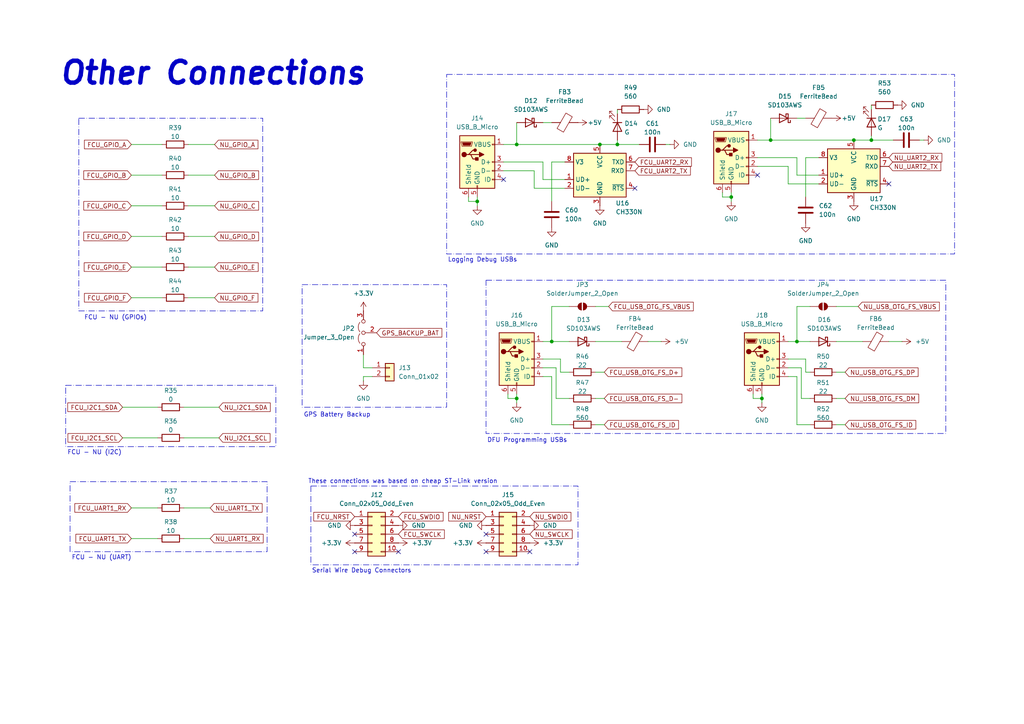
<source format=kicad_sch>
(kicad_sch (version 20250114) (generator "eeschema") (generator_version "9.0")
  (paper "A4")
  (title_block (title "Other Connections") (rev "0.1.2") (company "Breno Soares Alves"))
  (lib_symbols
    (symbol "Connector:USB_B_Micro" (pin_names (offset 1.016))
      (property "Reference" "J" (at -5.08 11.43 0))
      (property "Value" "USB_B_Micro" (at -5.08 8.89 0))
      (symbol "USB_B_Micro_0_1"
        (rectangle (start -5.08 -7.62) (end 5.08 7.62) (stroke (width 0.254)) (fill (type background)))
        (polyline (pts (xy -4.699 5.842) (xy -4.699 5.588) (xy -4.445 4.826) (xy -4.445 4.572) (xy -1.651 4.572) (xy -1.651 4.826) (xy -1.397 5.588) (xy -1.397 5.842) (xy -4.699 5.842)))
        (polyline (pts (xy -4.318 5.588) (xy -1.778 5.588) (xy -2.032 4.826) (xy -4.064 4.826) (xy -4.318 5.588)) (fill (type outline)))
        (circle (center -3.81 2.159) (radius 0.635) (stroke (width 0.254)) (fill (type outline)))
        (polyline (pts (xy -3.175 2.159) (xy -2.54 2.159) (xy -1.27 3.429) (xy -0.635 3.429)) (stroke (width 0.254)))
        (polyline (pts (xy -2.54 2.159) (xy -1.905 2.159) (xy -1.27 0.889) (xy 0 0.889)) (stroke (width 0.254)))
        (polyline (pts (xy -1.905 2.159) (xy 0.635 2.159)) (stroke (width 0.254)))
        (circle (center -0.635 3.429) (radius 0.381) (stroke (width 0.254)) (fill (type outline)))
        (rectangle (start -0.127 -7.62) (end 0.127 -6.858))
        (rectangle (start 0.254 1.27) (end -0.508 0.508) (stroke (width 0.254)) (fill (type outline)))
        (polyline (pts (xy 0.635 2.794) (xy 0.635 1.524) (xy 1.905 2.159) (xy 0.635 2.794)) (stroke (width 0.254)) (fill (type outline)))
        (rectangle (start 5.08 4.953) (end 4.318 5.207))
        (rectangle (start 5.08 -0.127) (end 4.318 0.127))
        (rectangle (start 5.08 -2.667) (end 4.318 -2.413))
        (rectangle (start 5.08 -5.207) (end 4.318 -4.953))
      )
      (symbol "USB_B_Micro_1_1"
        (pin passive line (at -2.54 -10.16 90) (length 2.54) (name "Shield") (number "6"))
        (pin power_out line (at 0 -10.16 90) (length 2.54) (name "GND") (number "5"))
        (pin power_out line (at 7.62 5.08 180) (length 2.54) (name "VBUS") (number "1"))
        (pin bidirectional line (at 7.62 0 180) (length 2.54) (name "D+") (number "3"))
        (pin bidirectional line (at 7.62 -2.54 180) (length 2.54) (name "D-") (number "2"))
        (pin passive line (at 7.62 -5.08 180) (length 2.54) (name "ID") (number "4"))
      )
    )
    (symbol "Connector_Generic:Conn_01x02" (pin_names (offset 1.016) (hide yes))
      (property "Reference" "J" (at 0 2.54 0))
      (property "Value" "Conn_01x02" (at 0 -5.08 0))
      (symbol "Conn_01x02_1_1"
        (rectangle (start -1.27 1.27) (end 1.27 -3.81) (stroke (width 0.254)) (fill (type background)))
        (rectangle (start -1.27 0.127) (end 0 -0.127) (stroke (width 0.1524)))
        (rectangle (start -1.27 -2.413) (end 0 -2.667) (stroke (width 0.1524)))
        (pin passive line (at -5.08 0 0) (length 3.81) (name "Pin_1") (number "1"))
        (pin passive line (at -5.08 -2.54 0) (length 3.81) (name "Pin_2") (number "2"))
      )
    )
    (symbol "Connector_Generic:Conn_02x05_Odd_Even" (pin_names (offset 1.016) (hide yes))
      (property "Reference" "J" (at 1.27 7.62 0))
      (property "Value" "Conn_02x05_Odd_Even" (at 1.27 -7.62 0))
      (symbol "Conn_02x05_Odd_Even_1_1"
        (rectangle (start -1.27 6.35) (end 3.81 -6.35) (stroke (width 0.254)) (fill (type background)))
        (rectangle (start -1.27 5.207) (end 0 4.953) (stroke (width 0.1524)))
        (rectangle (start -1.27 2.667) (end 0 2.413) (stroke (width 0.1524)))
        (rectangle (start -1.27 0.127) (end 0 -0.127) (stroke (width 0.1524)))
        (rectangle (start -1.27 -2.413) (end 0 -2.667) (stroke (width 0.1524)))
        (rectangle (start -1.27 -4.953) (end 0 -5.207) (stroke (width 0.1524)))
        (rectangle (start 3.81 5.207) (end 2.54 4.953) (stroke (width 0.1524)))
        (rectangle (start 3.81 2.667) (end 2.54 2.413) (stroke (width 0.1524)))
        (rectangle (start 3.81 0.127) (end 2.54 -0.127) (stroke (width 0.1524)))
        (rectangle (start 3.81 -2.413) (end 2.54 -2.667) (stroke (width 0.1524)))
        (rectangle (start 3.81 -4.953) (end 2.54 -5.207) (stroke (width 0.1524)))
        (pin passive line (at -5.08 5.08 0) (length 3.81) (name "Pin_1") (number "1"))
        (pin passive line (at -5.08 2.54 0) (length 3.81) (name "Pin_3") (number "3"))
        (pin passive line (at -5.08 0 0) (length 3.81) (name "Pin_5") (number "5"))
        (pin passive line (at -5.08 -2.54 0) (length 3.81) (name "Pin_7") (number "7"))
        (pin passive line (at -5.08 -5.08 0) (length 3.81) (name "Pin_9") (number "9"))
        (pin passive line (at 7.62 5.08 180) (length 3.81) (name "Pin_2") (number "2"))
        (pin passive line (at 7.62 2.54 180) (length 3.81) (name "Pin_4") (number "4"))
        (pin passive line (at 7.62 0 180) (length 3.81) (name "Pin_6") (number "6"))
        (pin passive line (at 7.62 -2.54 180) (length 3.81) (name "Pin_8") (number "8"))
        (pin passive line (at 7.62 -5.08 180) (length 3.81) (name "Pin_10") (number "10"))
      )
    )
    (symbol "Device:C" (pin_numbers (hide yes)) (pin_names (offset 0.254))
      (property "Reference" "C" (at 0.635 2.54 0))
      (property "Value" "C" (at 0.635 -2.54 0))
      (symbol "C_0_1"
        (polyline (pts (xy -2.032 0.762) (xy 2.032 0.762)) (stroke (width 0.508)))
        (polyline (pts (xy -2.032 -0.762) (xy 2.032 -0.762)) (stroke (width 0.508)))
      )
      (symbol "C_1_1"
        (pin passive line (at 0 3.81 270) (length 2.794) (name "~") (number "1"))
        (pin passive line (at 0 -3.81 90) (length 2.794) (name "~") (number "2"))
      )
    )
    (symbol "Device:D_Schottky" (pin_numbers (hide yes)) (pin_names (offset 1.016) (hide yes))
      (property "Reference" "D" (at 0 2.54 0))
      (property "Value" "D_Schottky" (at 0 -2.54 0))
      (symbol "D_Schottky_0_1"
        (polyline (pts (xy -1.905 0.635) (xy -1.905 1.27) (xy -1.27 1.27) (xy -1.27 -1.27) (xy -0.635 -1.27) (xy -0.635 -0.635)) (stroke (width 0.254)))
        (polyline (pts (xy 1.27 1.27) (xy 1.27 -1.27) (xy -1.27 0) (xy 1.27 1.27)) (stroke (width 0.254)))
        (polyline (pts (xy 1.27 0) (xy -1.27 0)))
      )
      (symbol "D_Schottky_1_1"
        (pin passive line (at -3.81 0 0) (length 2.54) (name "K") (number "1"))
        (pin passive line (at 3.81 0 180) (length 2.54) (name "A") (number "2"))
      )
    )
    (symbol "Device:FerriteBead" (pin_numbers (hide yes)) (pin_names (offset 0))
      (property "Reference" "FB" (at -3.81 0.635 90))
      (property "Value" "FerriteBead" (at 3.81 0 90))
      (symbol "FerriteBead_0_1"
        (polyline (pts (xy -2.7686 0.4064) (xy -1.7018 2.2606) (xy 2.7686 -0.3048) (xy 1.6764 -2.159) (xy -2.7686 0.4064)))
        (polyline (pts (xy 0 1.27) (xy 0 1.2954)))
        (polyline (pts (xy 0 -1.27) (xy 0 -1.2192)))
      )
      (symbol "FerriteBead_1_1"
        (pin passive line (at 0 3.81 270) (length 2.54) (name "~") (number "1"))
        (pin passive line (at 0 -3.81 90) (length 2.54) (name "~") (number "2"))
      )
    )
    (symbol "Device:LED" (pin_numbers (hide yes)) (pin_names (offset 1.016) (hide yes))
      (property "Reference" "D" (at 0 2.54 0))
      (property "Value" "LED" (at 0 -2.54 0))
      (symbol "LED_0_1"
        (polyline (pts (xy -3.048 -0.762) (xy -4.572 -2.286) (xy -3.81 -2.286) (xy -4.572 -2.286) (xy -4.572 -1.524)))
        (polyline (pts (xy -1.778 -0.762) (xy -3.302 -2.286) (xy -2.54 -2.286) (xy -3.302 -2.286) (xy -3.302 -1.524)))
        (polyline (pts (xy -1.27 0) (xy 1.27 0)))
        (polyline (pts (xy -1.27 -1.27) (xy -1.27 1.27)) (stroke (width 0.254)))
        (polyline (pts (xy 1.27 -1.27) (xy 1.27 1.27) (xy -1.27 0) (xy 1.27 -1.27)) (stroke (width 0.254)))
      )
      (symbol "LED_1_1"
        (pin passive line (at -3.81 0 0) (length 2.54) (name "K") (number "1"))
        (pin passive line (at 3.81 0 180) (length 2.54) (name "A") (number "2"))
      )
    )
    (symbol "Device:R" (pin_numbers (hide yes)) (pin_names (offset 0))
      (property "Reference" "R" (at 2.032 0 90))
      (property "Value" "R" (at 0 0 90))
      (symbol "R_0_1"
        (rectangle (start -1.016 -2.54) (end 1.016 2.54) (stroke (width 0.254)))
      )
      (symbol "R_1_1"
        (pin passive line (at 0 3.81 270) (length 1.27) (name "~") (number "1"))
        (pin passive line (at 0 -3.81 90) (length 1.27) (name "~") (number "2"))
      )
    )
    (symbol "Interface_USB:CH330N"
      (property "Reference" "U" (at -7.62 6.35 0))
      (property "Value" "CH330N" (at 7.62 6.35 0))
      (symbol "CH330N_0_1"
        (rectangle (start -7.62 5.08) (end 7.62 -7.62) (stroke (width 0.254)) (fill (type background)))
      )
      (symbol "CH330N_1_1"
        (pin passive line (at -10.16 2.54 0) (length 2.54) (name "V3") (number "8"))
        (pin bidirectional line (at -10.16 -2.54 0) (length 2.54) (name "UD+") (number "1"))
        (pin bidirectional line (at -10.16 -5.08 0) (length 2.54) (name "UD-") (number "2"))
        (pin power_in line (at 0 7.62 270) (length 2.54) (name "VCC") (number "5"))
        (pin power_in line (at 0 -10.16 90) (length 2.54) (name "GND") (number "3"))
        (pin output line (at 10.16 2.54 180) (length 2.54) (name "TXD") (number "6"))
        (pin input line (at 10.16 0 180) (length 2.54) (name "RXD") (number "7"))
        (pin output line (at 10.16 -5.08 180) (length 2.54) (name "~{RTS}") (number "4"))
      )
    )
    (symbol "Jumper:Jumper_3_Open" (pin_names (offset 0) (hide yes)) (in_bom no)
      (property "Reference" "JP" (at -2.54 -2.54 0))
      (property "Value" "Jumper_3_Open" (at 0 2.794 0))
      (symbol "Jumper_3_Open_0_0"
        (circle (center -3.302 0) (radius 0.508))
        (circle (center 0 0) (radius 0.508))
        (circle (center 3.302 0) (radius 0.508))
      )
      (symbol "Jumper_3_Open_0_1"
        (arc (start -3.048 1.016) (mid -1.651 1.4992) (end -0.254 1.016))
        (polyline (pts (xy 0 -0.508) (xy 0 -1.27)))
        (arc (start 0.254 1.016) (mid 1.651 1.4992) (end 3.048 1.016))
      )
      (symbol "Jumper_3_Open_1_1"
        (pin passive line (at -6.35 0 0) (length 2.54) (name "A") (number "1"))
        (pin passive line (at 0 -3.81 90) (length 2.54) (name "C") (number "2"))
        (pin passive line (at 6.35 0 180) (length 2.54) (name "B") (number "3"))
      )
    )
    (symbol "Jumper:SolderJumper_2_Open" (pin_numbers (hide yes)) (pin_names (offset 0) (hide yes)) (in_bom no)
      (property "Reference" "JP" (at 0 2.032 0))
      (property "Value" "SolderJumper_2_Open" (at 0 -2.54 0))
      (symbol "SolderJumper_2_Open_0_1"
        (polyline (pts (xy -0.254 1.016) (xy -0.254 -1.016)))
        (arc (start -0.254 -1.016) (mid -1.2656 0) (end -0.254 1.016))
        (arc (start -0.254 -1.016) (mid -1.2656 0) (end -0.254 1.016) (fill (type outline)))
        (arc (start 0.254 1.016) (mid 1.2656 0) (end 0.254 -1.016))
        (arc (start 0.254 1.016) (mid 1.2656 0) (end 0.254 -1.016) (fill (type outline)))
        (polyline (pts (xy 0.254 1.016) (xy 0.254 -1.016)))
      )
      (symbol "SolderJumper_2_Open_1_1"
        (pin passive line (at -3.81 0 0) (length 2.54) (name "A") (number "1"))
        (pin passive line (at 3.81 0 180) (length 2.54) (name "B") (number "2"))
      )
    )
    (symbol "power:+3.3V" (power) (pin_numbers (hide yes)) (pin_names (offset 0) (hide yes))
      (property "Value" "+3.3V" (at 0 3.556 0))
      (symbol "+3.3V_0_1"
        (polyline (pts (xy -0.762 1.27) (xy 0 2.54)))
        (polyline (pts (xy 0 2.54) (xy 0.762 1.27)))
        (polyline (pts (xy 0 0) (xy 0 2.54)))
      )
      (symbol "+3.3V_1_1"
        (pin power_in line (at 0 0 90) (length 0) (name "~") (number "1"))
      )
    )
    (symbol "power:+5V" (power) (pin_numbers (hide yes)) (pin_names (offset 0) (hide yes))
      (property "Value" "+5V" (at 0 3.556 0))
      (symbol "+5V_0_1"
        (polyline (pts (xy -0.762 1.27) (xy 0 2.54)))
        (polyline (pts (xy 0 2.54) (xy 0.762 1.27)))
        (polyline (pts (xy 0 0) (xy 0 2.54)))
      )
      (symbol "+5V_1_1"
        (pin power_in line (at 0 0 90) (length 0) (name "~") (number "1"))
      )
    )
    (symbol "power:GND" (power) (pin_numbers (hide yes)) (pin_names (offset 0) (hide yes))
      (property "Value" "GND" (at 0 -3.81 0))
      (symbol "GND_0_1"
        (polyline (pts (xy 0 0) (xy 0 -1.27) (xy 1.27 -1.27) (xy 0 -2.54) (xy -1.27 -1.27) (xy 0 -1.27)))
      )
      (symbol "GND_1_1"
        (pin power_in line (at 0 0 270) (length 0) (name "~") (number "1"))
      )
    )
  )
  (rectangle (start 87.63 82.55) (end 129.54 118.11) (stroke (width 0) (type dash_dot)))
  (rectangle (start 19.05 111.76) (end 80.01 129.54) (stroke (width 0) (type dash_dot)))
  (rectangle (start 90.17 140.97) (end 167.64 163.83) (stroke (width 0) (type dash_dot)))
  (rectangle (start 22.86 34.29) (end 76.2 90.17) (stroke (width 0) (type dash_dot)))
  (rectangle (start 129.54 21.59) (end 276.86 73.66) (stroke (width 0) (type dash_dot)))
  (rectangle (start 20.32 139.7) (end 77.47 160.02) (stroke (width 0) (type dash_dot)))
  (rectangle (start 140.97 81.28) (end 274.32 125.73) (stroke (width 0) (type dash_dot)))
  (text "FCU - NU (GPIOs)" (at 33.528 92.202 0) (effects (font (size 1.27 1.27))))
  (text "Serial Wire Debug Connectors" (at 104.902 165.608 0) (effects (font (size 1.27 1.27))))
  (text "Other Connections" (at 61.722 21.336 0) (effects (font (size 6.35 6.35) (thickness 1.27) (bold yes) (italic yes))))
  (text "DFU Programming USBs" (at 152.908 127.762 0) (effects (font (size 1.27 1.27))))
  (text "GPS Battery Backup" (at 97.79 120.396 0) (effects (font (size 1.27 1.27))))
  (text "FCU - NU (I2C)" (at 27.432 131.318 0) (effects (font (size 1.27 1.27))))
  (text "These connections was based on cheap ST-Link version" (at 116.84 139.7 0) (effects (font (size 1.27 1.27))))
  (text "Logging Debug USBs" (at 139.954 75.438 0) (effects (font (size 1.27 1.27))))
  (text "FCU - NU (UART)" (at 29.464 161.798 0) (effects (font (size 1.27 1.27))))
  (junction (at 179.07 41.91))
  (junction (at 220.98 115.57))
  (junction (at 149.86 115.57))
  (junction (at 252.73 40.64))
  (junction (at 247.65 40.64))
  (junction (at 149.86 41.91))
  (junction (at 138.43 58.42))
  (junction (at 173.99 41.91))
  (junction (at 231.14 99.06))
  (junction (at 160.02 99.06))
  (junction (at 212.09 57.15))
  (junction (at 223.52 40.64))
  (no_connect (at 140.97 154.94))
  (no_connect (at 153.67 160.02))
  (no_connect (at 140.97 160.02))
  (no_connect (at 102.87 154.94))
  (no_connect (at 102.87 160.02))
  (no_connect (at 219.71 50.8))
  (no_connect (at 257.81 53.34))
  (no_connect (at 146.05 52.07))
  (no_connect (at 184.15 54.61))
  (no_connect (at 115.57 160.02))
  (wire (pts (xy 54.61 68.58) (xy 62.23 68.58)))
  (wire (pts (xy 138.43 58.42) (xy 138.43 57.15)))
  (wire (pts (xy 172.72 123.19) (xy 175.26 123.19)))
  (wire (pts (xy 219.71 48.26) (xy 228.6 48.26)))
  (wire (pts (xy 157.48 52.07) (xy 163.83 52.07)))
  (wire (pts (xy 135.89 57.15) (xy 135.89 58.42)))
  (wire (pts (xy 38.1 156.21) (xy 45.72 156.21)))
  (wire (pts (xy 237.49 45.72) (xy 233.68 45.72)))
  (wire (pts (xy 54.61 41.91) (xy 62.23 41.91)))
  (wire (pts (xy 146.05 46.99) (xy 157.48 46.99)))
  (wire (pts (xy 209.55 55.88) (xy 209.55 57.15)))
  (wire (pts (xy 149.86 35.56) (xy 149.86 41.91)))
  (wire (pts (xy 187.96 99.06) (xy 191.77 99.06)))
  (wire (pts (xy 223.52 40.64) (xy 247.65 40.64)))
  (wire (pts (xy 35.56 127) (xy 45.72 127)))
  (wire (pts (xy 179.07 41.91) (xy 185.42 41.91)))
  (wire (pts (xy 231.14 34.29) (xy 233.68 34.29)))
  (wire (pts (xy 160.02 99.06) (xy 165.1 99.06)))
  (wire (pts (xy 231.14 50.8) (xy 237.49 50.8)))
  (wire (pts (xy 232.41 106.68) (xy 232.41 115.57)))
  (wire (pts (xy 233.68 45.72) (xy 233.68 57.15)))
  (wire (pts (xy 220.98 114.3) (xy 220.98 115.57)))
  (wire (pts (xy 233.68 107.95) (xy 234.95 107.95)))
  (wire (pts (xy 220.98 115.57) (xy 220.98 116.84)))
  (wire (pts (xy 54.61 50.8) (xy 62.23 50.8)))
  (wire (pts (xy 157.48 104.14) (xy 162.56 104.14)))
  (wire (pts (xy 160.02 109.22) (xy 160.02 123.19)))
  (wire (pts (xy 231.14 88.9) (xy 234.95 88.9)))
  (wire (pts (xy 54.61 77.47) (xy 62.23 77.47)))
  (wire (pts (xy 252.73 39.37) (xy 252.73 40.64)))
  (wire (pts (xy 53.34 147.32) (xy 60.96 147.32)))
  (wire (pts (xy 218.44 115.57) (xy 218.44 114.3)))
  (wire (pts (xy 53.34 156.21) (xy 60.96 156.21)))
  (wire (pts (xy 228.6 99.06) (xy 231.14 99.06)))
  (wire (pts (xy 149.86 115.57) (xy 147.32 115.57)))
  (wire (pts (xy 160.02 46.99) (xy 160.02 58.42)))
  (wire (pts (xy 220.98 115.57) (xy 218.44 115.57)))
  (wire (pts (xy 228.6 48.26) (xy 228.6 53.34)))
  (wire (pts (xy 161.29 115.57) (xy 165.1 115.57)))
  (wire (pts (xy 157.48 106.68) (xy 161.29 106.68)))
  (wire (pts (xy 231.14 109.22) (xy 231.14 123.19)))
  (wire (pts (xy 219.71 40.64) (xy 223.52 40.64)))
  (wire (pts (xy 157.48 46.99) (xy 157.48 52.07)))
  (wire (pts (xy 162.56 107.95) (xy 165.1 107.95)))
  (wire (pts (xy 228.6 104.14) (xy 233.68 104.14)))
  (wire (pts (xy 163.83 46.99) (xy 160.02 46.99)))
  (wire (pts (xy 179.07 41.91) (xy 173.99 41.91)))
  (wire (pts (xy 38.1 41.91) (xy 46.99 41.91)))
  (wire (pts (xy 172.72 107.95) (xy 175.26 107.95)))
  (wire (pts (xy 231.14 99.06) (xy 234.95 99.06)))
  (wire (pts (xy 172.72 99.06) (xy 180.34 99.06)))
  (wire (pts (xy 149.86 114.3) (xy 149.86 115.57)))
  (wire (pts (xy 54.61 59.69) (xy 62.23 59.69)))
  (wire (pts (xy 157.48 35.56) (xy 160.02 35.56)))
  (wire (pts (xy 161.29 106.68) (xy 161.29 115.57)))
  (wire (pts (xy 160.02 123.19) (xy 165.1 123.19)))
  (wire (pts (xy 157.48 109.22) (xy 160.02 109.22)))
  (wire (pts (xy 38.1 68.58) (xy 46.99 68.58)))
  (wire (pts (xy 149.86 115.57) (xy 149.86 116.84)))
  (wire (pts (xy 135.89 58.42) (xy 138.43 58.42)))
  (wire (pts (xy 179.07 31.75) (xy 179.07 33.02)))
  (wire (pts (xy 105.41 110.49) (xy 105.41 109.22)))
  (wire (pts (xy 212.09 57.15) (xy 212.09 55.88)))
  (wire (pts (xy 231.14 99.06) (xy 231.14 88.9)))
  (wire (pts (xy 105.41 102.87) (xy 105.41 106.68)))
  (wire (pts (xy 257.81 99.06) (xy 261.62 99.06)))
  (wire (pts (xy 54.61 86.36) (xy 62.23 86.36)))
  (wire (pts (xy 242.57 123.19) (xy 245.11 123.19)))
  (wire (pts (xy 219.71 45.72) (xy 231.14 45.72)))
  (wire (pts (xy 223.52 34.29) (xy 223.52 40.64)))
  (wire (pts (xy 154.94 54.61) (xy 163.83 54.61)))
  (wire (pts (xy 53.34 118.11) (xy 63.5 118.11)))
  (wire (pts (xy 149.86 41.91) (xy 173.99 41.91)))
  (wire (pts (xy 38.1 59.69) (xy 46.99 59.69)))
  (wire (pts (xy 53.34 127) (xy 63.5 127)))
  (wire (pts (xy 231.14 45.72) (xy 231.14 50.8)))
  (wire (pts (xy 138.43 58.42) (xy 138.43 59.69)))
  (wire (pts (xy 228.6 109.22) (xy 231.14 109.22)))
  (wire (pts (xy 231.14 123.19) (xy 234.95 123.19)))
  (wire (pts (xy 105.41 106.68) (xy 107.95 106.68)))
  (wire (pts (xy 242.57 88.9) (xy 248.92 88.9)))
  (wire (pts (xy 38.1 77.47) (xy 46.99 77.47)))
  (wire (pts (xy 38.1 147.32) (xy 45.72 147.32)))
  (wire (pts (xy 146.05 41.91) (xy 149.86 41.91)))
  (wire (pts (xy 38.1 86.36) (xy 46.99 86.36)))
  (wire (pts (xy 232.41 115.57) (xy 234.95 115.57)))
  (wire (pts (xy 105.41 109.22) (xy 107.95 109.22)))
  (wire (pts (xy 252.73 40.64) (xy 247.65 40.64)))
  (wire (pts (xy 179.07 40.64) (xy 179.07 41.91)))
  (wire (pts (xy 35.56 118.11) (xy 45.72 118.11)))
  (wire (pts (xy 157.48 99.06) (xy 160.02 99.06)))
  (wire (pts (xy 252.73 40.64) (xy 259.08 40.64)))
  (wire (pts (xy 233.68 104.14) (xy 233.68 107.95)))
  (wire (pts (xy 267.97 40.64) (xy 266.7 40.64)))
  (wire (pts (xy 162.56 104.14) (xy 162.56 107.95)))
  (wire (pts (xy 172.72 88.9) (xy 176.53 88.9)))
  (wire (pts (xy 242.57 99.06) (xy 250.19 99.06)))
  (wire (pts (xy 242.57 107.95) (xy 245.11 107.95)))
  (wire (pts (xy 147.32 115.57) (xy 147.32 114.3)))
  (wire (pts (xy 160.02 99.06) (xy 160.02 88.9)))
  (wire (pts (xy 146.05 49.53) (xy 154.94 49.53)))
  (wire (pts (xy 242.57 115.57) (xy 245.11 115.57)))
  (wire (pts (xy 38.1 50.8) (xy 46.99 50.8)))
  (wire (pts (xy 228.6 53.34) (xy 237.49 53.34)))
  (wire (pts (xy 154.94 49.53) (xy 154.94 54.61)))
  (wire (pts (xy 172.72 115.57) (xy 175.26 115.57)))
  (wire (pts (xy 252.73 30.48) (xy 252.73 31.75)))
  (wire (pts (xy 228.6 106.68) (xy 232.41 106.68)))
  (wire (pts (xy 209.55 57.15) (xy 212.09 57.15)))
  (wire (pts (xy 194.31 41.91) (xy 193.04 41.91)))
  (wire (pts (xy 212.09 57.15) (xy 212.09 58.42)))
  (wire (pts (xy 160.02 88.9) (xy 165.1 88.9)))
  (global_label "FCU_GPIO_D" (shape input) (at 38.1 68.58 180) (property "Intersheetrefs" "${INTERSHEET_REFS}" (effects (hide yes))))
  (global_label "GPS_BACKUP_BAT" (shape input) (at 109.22 96.52 0) (property "Intersheetrefs" "${INTERSHEET_REFS}" (effects (hide yes))))
  (global_label "NU_SWDIO" (shape input) (at 153.67 149.86 0) (property "Intersheetrefs" "${INTERSHEET_REFS}" (effects (hide yes))))
  (global_label "NU_USB_OTG_FS_ID" (shape input) (at 245.11 123.19 0) (property "Intersheetrefs" "${INTERSHEET_REFS}" (effects (hide yes))))
  (global_label "NU_UART1_TX" (shape input) (at 60.96 147.32 0) (property "Intersheetrefs" "${INTERSHEET_REFS}" (effects (hide yes))))
  (global_label "FCU_GPIO_F" (shape input) (at 38.1 86.36 180) (property "Intersheetrefs" "${INTERSHEET_REFS}" (effects (hide yes))))
  (global_label "NU_GPIO_C" (shape input) (at 62.23 59.69 0) (property "Intersheetrefs" "${INTERSHEET_REFS}" (effects (hide yes))))
  (global_label "FCU_USB_OTG_FS_D+" (shape input) (at 175.26 107.95 0) (property "Intersheetrefs" "${INTERSHEET_REFS}" (effects (hide yes))))
  (global_label "FCU_NRST" (shape input) (at 102.87 149.86 180) (property "Intersheetrefs" "${INTERSHEET_REFS}" (effects (hide yes))))
  (global_label "FCU_GPIO_E" (shape input) (at 38.1 77.47 180) (property "Intersheetrefs" "${INTERSHEET_REFS}" (effects (hide yes))))
  (global_label "FCU_GPIO_A" (shape input) (at 38.1 41.91 180) (property "Intersheetrefs" "${INTERSHEET_REFS}" (effects (hide yes))))
  (global_label "FCU_SWDIO" (shape input) (at 115.57 149.86 0) (property "Intersheetrefs" "${INTERSHEET_REFS}" (effects (hide yes))))
  (global_label "NU_USB_OTG_FS_VBUS" (shape input) (at 248.92 88.9 0) (property "Intersheetrefs" "${INTERSHEET_REFS}" (effects (hide yes))))
  (global_label "FCU_UART1_RX" (shape input) (at 38.1 147.32 180) (property "Intersheetrefs" "${INTERSHEET_REFS}" (effects (hide yes))))
  (global_label "NU_UART1_RX" (shape input) (at 60.96 156.21 0) (property "Intersheetrefs" "${INTERSHEET_REFS}" (effects (hide yes))))
  (global_label "NU_GPIO_A" (shape input) (at 62.23 41.91 0) (property "Intersheetrefs" "${INTERSHEET_REFS}" (effects (hide yes))))
  (global_label "NU_GPIO_B" (shape input) (at 62.23 50.8 0) (property "Intersheetrefs" "${INTERSHEET_REFS}" (effects (hide yes))))
  (global_label "NU_SWCLK" (shape input) (at 153.67 154.94 0) (property "Intersheetrefs" "${INTERSHEET_REFS}" (effects (hide yes))))
  (global_label "NU_I2C1_SCL" (shape input) (at 63.5 127 0) (property "Intersheetrefs" "${INTERSHEET_REFS}" (effects (hide yes))))
  (global_label "FCU_USB_OTG_FS_ID" (shape input) (at 175.26 123.19 0) (property "Intersheetrefs" "${INTERSHEET_REFS}" (effects (hide yes))))
  (global_label "FCU_UART2_TX" (shape input) (at 184.15 49.53 0) (property "Intersheetrefs" "${INTERSHEET_REFS}" (effects (hide yes))))
  (global_label "FCU_I2C1_SDA" (shape input) (at 35.56 118.11 180) (property "Intersheetrefs" "${INTERSHEET_REFS}" (effects (hide yes))))
  (global_label "FCU_USB_OTG_FS_VBUS" (shape input) (at 176.53 88.9 0) (property "Intersheetrefs" "${INTERSHEET_REFS}" (effects (hide yes))))
  (global_label "NU_UART2_TX" (shape input) (at 257.81 48.26 0) (property "Intersheetrefs" "${INTERSHEET_REFS}" (effects (hide yes))))
  (global_label "NU_USB_OTG_FS_DP" (shape input) (at 245.11 107.95 0) (property "Intersheetrefs" "${INTERSHEET_REFS}" (effects (hide yes))))
  (global_label "NU_GPIO_E" (shape input) (at 62.23 77.47 0) (property "Intersheetrefs" "${INTERSHEET_REFS}" (effects (hide yes))))
  (global_label "NU_I2C1_SDA" (shape input) (at 63.5 118.11 0) (property "Intersheetrefs" "${INTERSHEET_REFS}" (effects (hide yes))))
  (global_label "NU_NRST" (shape input) (at 140.97 149.86 180) (property "Intersheetrefs" "${INTERSHEET_REFS}" (effects (hide yes))))
  (global_label "NU_GPIO_D" (shape input) (at 62.23 68.58 0) (property "Intersheetrefs" "${INTERSHEET_REFS}" (effects (hide yes))))
  (global_label "NU_GPIO_F" (shape input) (at 62.23 86.36 0) (property "Intersheetrefs" "${INTERSHEET_REFS}" (effects (hide yes))))
  (global_label "FCU_GPIO_C" (shape input) (at 38.1 59.69 180) (property "Intersheetrefs" "${INTERSHEET_REFS}" (effects (hide yes))))
  (global_label "FCU_USB_OTG_FS_D-" (shape input) (at 175.26 115.57 0) (property "Intersheetrefs" "${INTERSHEET_REFS}" (effects (hide yes))))
  (global_label "FCU_SWCLK" (shape input) (at 115.57 154.94 0) (property "Intersheetrefs" "${INTERSHEET_REFS}" (effects (hide yes))))
  (global_label "FCU_UART2_RX" (shape input) (at 184.15 46.99 0) (property "Intersheetrefs" "${INTERSHEET_REFS}" (effects (hide yes))))
  (global_label "NU_UART2_RX" (shape input) (at 257.81 45.72 0) (property "Intersheetrefs" "${INTERSHEET_REFS}" (effects (hide yes))))
  (global_label "NU_USB_OTG_FS_DM" (shape input) (at 245.11 115.57 0) (property "Intersheetrefs" "${INTERSHEET_REFS}" (effects (hide yes))))
  (global_label "FCU_GPIO_B" (shape input) (at 38.1 50.8 180) (property "Intersheetrefs" "${INTERSHEET_REFS}" (effects (hide yes))))
  (global_label "FCU_I2C1_SCL" (shape input) (at 35.56 127 180) (property "Intersheetrefs" "${INTERSHEET_REFS}" (effects (hide yes))))
  (global_label "FCU_UART1_TX" (shape input) (at 38.1 156.21 180) (property "Intersheetrefs" "${INTERSHEET_REFS}" (effects (hide yes))))
  (symbol (lib_id "power:GND") (at 115.57 152.4 90) (unit 1)
    (property "Reference" "#PWR0114" (effects (hide yes)))
    (property "Value" "GND" (at 119.38 152.3999 90) (effects (justify right)))
    (property "Description" "Power symbol creates a global label with name \"GND\" , ground" (effects (hide yes)))
  )
  (symbol (lib_id "power:GND") (at 105.41 110.49 0) (unit 1)
    (property "Reference" "#PWR0113" (effects (hide yes)))
    (property "Value" "GND" (at 105.41 115.57 0))
    (property "Description" "Power symbol creates a global label with name \"GND\" , ground" (effects (hide yes)))
  )
  (symbol (lib_id "Device:R") (at 168.91 115.57 90) (unit 1)
    (property "Reference" "R47" (at 168.91 110.998 90))
    (property "Value" "22" (at 168.91 113.538 90))
    (property "Footprint" "Resistor_SMD:R_0402_1005Metric" (effects (hide yes)))
    (property "Description" "Resistor, 22 Ω, 1 %" (effects (hide yes)))
    (property "Digikey_Link" "https://www.digikey.com.br/pt/products/detail/yageo/RC0603FR-0722RL/727055" (effects (hide yes)))
    (property "MPN" "RC0603FR-0722RL" (effects (hide yes)))
  )
  (symbol (lib_id "Device:R") (at 50.8 59.69 90) (unit 1)
    (property "Reference" "R41" (at 50.8 54.864 90))
    (property "Value" "10" (at 50.8 57.404 90))
    (property "Footprint" "Resistor_SMD:R_0402_1005Metric" (effects (hide yes)))
    (property "Description" "Resistor, 10 Ω, 1 %" (effects (hide yes)))
    (property "Digikey_Link" "https://www.digikey.com.br/pt/products/detail/stackpole-electronics-inc/RMCF0603FT10R0/1761152" (effects (hide yes)))
    (property "MPN" "RMCF0603FT10R0" (effects (hide yes)))
  )
  (symbol (lib_id "power:+5V") (at 167.64 35.56 270) (unit 1)
    (property "Reference" "#PWR0122" (effects (hide yes)))
    (property "Value" "+5V" (at 170.434 35.56 90) (effects (justify left)))
    (property "Description" "Power symbol creates a global label with name \"+5V\"" (effects (hide yes)))
  )
  (symbol (lib_id "power:+3.3V") (at 105.41 90.17 0) (unit 1)
    (property "Reference" "#PWR0112" (effects (hide yes)))
    (property "Value" "+3.3V" (at 105.41 85.09 0))
    (property "Description" "Power symbol creates a global label with name \"+3.3V\"" (effects (hide yes)))
  )
  (symbol (lib_id "Connector_Generic:Conn_02x05_Odd_Even") (at 146.05 154.94 0) (unit 1)
    (property "Reference" "J15" (at 147.32 143.51 0))
    (property "Value" "Conn_02x05_Odd_Even" (at 147.32 146.05 0))
    (property "Footprint" "Aircraft_Footprints:JST_PHD_B10B-PHDSS_2x05_P2.00mm_Vertical" (effects (hide yes)))
    (property "Description" "JST-PHD connector, 10 pins" (effects (hide yes)))
    (property "Digikey_Link" "https://www.digikey.com.br/pt/products/detail/jst-sales-america-inc/B10B-PHDSS/926668" (effects (hide yes)))
    (property "MPN" "B10B-PHDSS" (effects (hide yes)))
  )
  (symbol (lib_id "power:+3.3V") (at 102.87 157.48 90) (unit 1)
    (property "Reference" "#PWR0111" (effects (hide yes)))
    (property "Value" "+3.3V" (at 99.06 157.4799 90) (effects (justify left)))
    (property "Description" "Power symbol creates a global label with name \"+3.3V\"" (effects (hide yes)))
  )
  (symbol (lib_id "Connector:USB_B_Micro") (at 212.09 45.72 0) (unit 1)
    (property "Reference" "J17" (at 212.09 33.02 0))
    (property "Value" "USB_B_Micro" (at 212.09 35.56 0))
    (property "Footprint" "Connector_USB:USB_Micro-B_Molex_47346-0001" (effects (hide yes)))
    (property "Description" "USB Micro Type B connector" (effects (hide yes)))
    (property "Digikey_Link" "https://www.digikey.com.br/pt/products/detail/molex/0473461001/4693257" (effects (hide yes)))
    (property "MPN" "0473461001" (effects (hide yes)))
  )
  (symbol (lib_id "power:GND") (at 220.98 116.84 0) (unit 1)
    (property "Reference" "#PWR0135" (effects (hide yes)))
    (property "Value" "GND" (at 220.98 121.92 0))
    (property "Description" "Power symbol creates a global label with name \"GND\" , ground" (effects (hide yes)))
  )
  (symbol (lib_id "Jumper:Jumper_3_Open") (at 105.41 96.52 90) (unit 1) (in_bom no)
    (property "Reference" "JP2" (at 102.87 95.2499 90) (effects (justify left)))
    (property "Value" "Jumper_3_Open" (at 102.87 97.7899 90) (effects (justify left)))
    (property "Footprint" "Jumper:SolderJumper-3_P1.3mm_Open_RoundedPad1.0x1.5mm_NumberLabels" (effects (hide yes)))
    (property "Description" "Jumper, 3-pole, both open" (effects (hide yes)))
  )
  (symbol (lib_id "power:GND") (at 194.31 41.91 90) (unit 1)
    (property "Reference" "#PWR0126" (effects (hide yes)))
    (property "Value" "GND" (at 198.12 41.9099 90) (effects (justify right)))
    (property "Description" "Power symbol creates a global label with name \"GND\" , ground" (effects (hide yes)))
  )
  (symbol (lib_id "power:+5V") (at 261.62 99.06 270) (unit 1)
    (property "Reference" "#PWR0132" (effects (hide yes)))
    (property "Value" "+5V" (at 265.43 99.0599 90) (effects (justify left)))
    (property "Description" "Power symbol creates a global label with name \"+5V\"" (effects (hide yes)))
  )
  (symbol (lib_id "power:GND") (at 173.99 59.69 0) (unit 1)
    (property "Reference" "#PWR0123" (effects (hide yes)))
    (property "Value" "GND" (at 173.99 64.77 0))
    (property "Description" "Power symbol creates a global label with name \"GND\" , ground" (effects (hide yes)))
  )
  (symbol (lib_id "power:GND") (at 149.86 116.84 0) (unit 1)
    (property "Reference" "#PWR0134" (effects (hide yes)))
    (property "Value" "GND" (at 149.86 121.92 0))
    (property "Description" "Power symbol creates a global label with name \"GND\" , ground" (effects (hide yes)))
  )
  (symbol (lib_id "Connector_Generic:Conn_01x02") (at 113.03 106.68 0) (unit 1)
    (property "Reference" "J13" (at 115.57 106.6799 0) (effects (justify left)))
    (property "Value" "Conn_01x02" (at 115.57 109.2199 0) (effects (justify left)))
    (property "Footprint" "Connector_JST:JST_PH_S2B-PH-K_1x02_P2.00mm_Horizontal" (effects (hide yes)))
    (property "Description" "JST-PH connector, 2 pins" (effects (hide yes)))
    (property "Digikey_Link" "https://www.digikey.com.br/pt/products/detail/jst-sales-america-inc/S2B-PH-K-S/926626" (effects (hide yes)))
    (property "MPN" "S2B-PH-K-S" (effects (hide yes)))
  )
  (symbol (lib_id "Connector_Generic:Conn_02x05_Odd_Even") (at 107.95 154.94 0) (unit 1)
    (property "Reference" "J12" (at 109.22 143.51 0))
    (property "Value" "Conn_02x05_Odd_Even" (at 109.22 146.05 0))
    (property "Footprint" "Aircraft_Footprints:JST_PHD_B10B-PHDSS_2x05_P2.00mm_Vertical" (effects (hide yes)))
    (property "Description" "JST-PHD connector, 10 pins" (effects (hide yes)))
    (property "Digikey_Link" "https://www.digikey.com.br/pt/products/detail/jst-sales-america-inc/B10B-PHDSS/926668" (effects (hide yes)))
    (property "MPN" "B10B-PHDSS" (effects (hide yes)))
  )
  (symbol (lib_id "Interface_USB:CH330N") (at 247.65 48.26 0) (unit 1)
    (property "Reference" "U17" (at 252.222 57.658 0) (effects (justify left)))
    (property "Value" "CH330N" (at 252.222 60.198 0) (effects (justify left)))
    (property "Footprint" "Package_SO:SOIC-8_3.9x4.9mm_P1.27mm" (effects (hide yes)))
    (property "Datasheet" "http://www.wch.cn/downloads/file/240.html" (effects (hide yes)))
    (property "Description" "USB serial converter, UART, SOIC-8" (effects (hide yes)))
    (property "MPN" "CH330N" (effects (hide yes)))
  )
  (symbol (lib_id "Device:D_Schottky") (at 238.76 99.06 180) (unit 1)
    (property "Reference" "D16" (at 239.0775 92.71 0))
    (property "Value" "SD103AWS" (at 239.0775 95.25 0))
    (property "Footprint" "Diode_SMD:D_SOD-323_HandSoldering" (effects (hide yes)))
    (property "Description" "Schottky diode, 40 V, 350 mA" (effects (hide yes)))
    (property "Digikey_Link" "https://www.digikey.com.br/pt/products/detail/evvo/sd103aws/21407183" (effects (hide yes)))
    (property "MPN" "SD103AWS" (effects (hide yes)))
  )
  (symbol (lib_id "Jumper:SolderJumper_2_Open") (at 168.91 88.9 0) (unit 1) (in_bom no)
    (property "Reference" "JP3" (at 168.91 82.55 0))
    (property "Value" "SolderJumper_2_Open" (at 168.91 85.09 0))
    (property "Footprint" "Jumper:SolderJumper-2_P1.3mm_Open_RoundedPad1.0x1.5mm" (effects (hide yes)))
    (property "Description" "Solder Jumper, 2-pole, open" (effects (hide yes)))
  )
  (symbol (lib_id "Device:D_Schottky") (at 153.67 35.56 180) (unit 1)
    (property "Reference" "D12" (at 153.9875 29.21 0))
    (property "Value" "SD103AWS" (at 153.9875 31.75 0))
    (property "Footprint" "Diode_SMD:D_SOD-323_HandSoldering" (effects (hide yes)))
    (property "Description" "Schottky diode, 40 V, 350 mA" (effects (hide yes)))
    (property "Digikey_Link" "https://www.digikey.com.br/pt/products/detail/evvo/sd103aws/21407183" (effects (hide yes)))
    (property "MPN" "SD103AWS" (effects (hide yes)))
  )
  (symbol (lib_id "Device:R") (at 50.8 86.36 90) (unit 1)
    (property "Reference" "R44" (at 50.8 81.534 90))
    (property "Value" "10" (at 50.8 84.074 90))
    (property "Footprint" "Resistor_SMD:R_0402_1005Metric" (effects (hide yes)))
    (property "Description" "Resistor, 10 Ω, 1 %" (effects (hide yes)))
    (property "Digikey_Link" "https://www.digikey.com.br/pt/products/detail/stackpole-electronics-inc/RMCF0603FT10R0/1761152" (effects (hide yes)))
    (property "MPN" "RMCF0603FT10R0" (effects (hide yes)))
  )
  (symbol (lib_id "power:GND") (at 260.35 30.48 90) (unit 1)
    (property "Reference" "#PWR0131" (effects (hide yes)))
    (property "Value" "GND" (at 264.16 30.4799 90) (effects (justify right)))
    (property "Description" "Power symbol creates a global label with name \"GND\" , ground" (effects (hide yes)))
  )
  (symbol (lib_id "power:+3.3V") (at 115.57 157.48 270) (unit 1)
    (property "Reference" "#PWR0115" (effects (hide yes)))
    (property "Value" "+3.3V" (at 119.38 157.4799 90) (effects (justify left)))
    (property "Description" "Power symbol creates a global label with name \"+3.3V\"" (effects (hide yes)))
  )
  (symbol (lib_id "power:GND") (at 138.43 59.69 0) (unit 1)
    (property "Reference" "#PWR0116" (effects (hide yes)))
    (property "Value" "GND" (at 138.43 64.77 0))
    (property "Description" "Power symbol creates a global label with name \"GND\" , ground" (effects (hide yes)))
  )
  (symbol (lib_id "Device:LED") (at 179.07 36.83 270) (unit 1)
    (property "Reference" "D14" (at 181.102 35.814 90) (effects (justify left)))
    (property "Value" "G" (at 181.102 38.354 90) (effects (justify left)))
    (property "Footprint" "LED_SMD:LED_0402_1005Metric" (effects (hide yes)))
    (property "Description" "Green LED, SMD" (effects (hide yes)))
    (property "Sim.Pins" "1=K 2=A" (effects (hide yes)))
    (property "Digikey_Link" "https://www.digikey.com.br/pt/products/detail/liteon/LTST-S270KGKT/386893" (effects (hide yes)))
    (property "MPN" "LTST-S270KGKT" (effects (hide yes)))
  )
  (symbol (lib_id "Device:C") (at 160.02 62.23 0) (unit 1)
    (property "Reference" "C60" (at 163.83 60.9599 0) (effects (justify left)))
    (property "Value" "100n" (at 163.83 63.4999 0) (effects (justify left)))
    (property "Footprint" "Capacitor_SMD:C_0402_1005Metric" (effects (hide yes)))
    (property "Description" "Ceramic capacitor, 100 nF, 25 V, X7R" (effects (hide yes)))
    (property "Digikey_Link" "https://www.digikey.com.br/pt/products/detail/kemet/C0603C104K8RACTU/411094" (effects (hide yes)))
    (property "MPN" "C0603C104K8RACTU" (effects (hide yes)))
  )
  (symbol (lib_id "Device:D_Schottky") (at 168.91 99.06 180) (unit 1)
    (property "Reference" "D13" (at 169.2275 92.71 0))
    (property "Value" "SD103AWS" (at 169.2275 95.25 0))
    (property "Footprint" "Diode_SMD:D_SOD-323_HandSoldering" (effects (hide yes)))
    (property "Description" "Schottky diode, 40 V, 350 mA" (effects (hide yes)))
    (property "Digikey_Link" "https://www.digikey.com.br/pt/products/detail/evvo/sd103aws/21407183" (effects (hide yes)))
    (property "MPN" "SD103AWS" (effects (hide yes)))
  )
  (symbol (lib_id "Device:R") (at 50.8 41.91 90) (unit 1)
    (property "Reference" "R39" (at 50.8 37.084 90))
    (property "Value" "10" (at 50.8 39.624 90))
    (property "Footprint" "Resistor_SMD:R_0402_1005Metric" (effects (hide yes)))
    (property "Description" "Resistor, 10 Ω, 1 %" (effects (hide yes)))
    (property "Digikey_Link" "https://www.digikey.com.br/pt/products/detail/stackpole-electronics-inc/RMCF0603FT10R0/1761152" (effects (hide yes)))
    (property "MPN" "RMCF0603FT10R0" (effects (hide yes)))
  )
  (symbol (lib_id "Device:D_Schottky") (at 227.33 34.29 180) (unit 1)
    (property "Reference" "D15" (at 227.6475 27.94 0))
    (property "Value" "SD103AWS" (at 227.6475 30.48 0))
    (property "Footprint" "Diode_SMD:D_SOD-323_HandSoldering" (effects (hide yes)))
    (property "Description" "Schottky diode, 40 V, 350 mA" (effects (hide yes)))
    (property "Digikey_Link" "https://www.digikey.com.br/pt/products/detail/evvo/sd103aws/21407183" (effects (hide yes)))
    (property "MPN" "SD103AWS" (effects (hide yes)))
  )
  (symbol (lib_id "Device:FerriteBead") (at 184.15 99.06 90) (unit 1)
    (property "Reference" "FB4" (at 184.15 92.456 90))
    (property "Value" "FerriteBead" (at 184.15 94.996 90))
    (property "Footprint" "Inductor_SMD:L_0603_1608Metric" (effects (hide yes)))
    (property "Description" "Ferrite bead, 600 Ω @ 100 MHz, 3 A" (effects (hide yes)))
    (property "Digikey_Link" "https://www.digikey.com.br/pt/products/detail/laird-signal-integrity-products/HZ0805E601R-10/806638" (effects (hide yes)))
    (property "MPN" "HZ0805E601R-10" (effects (hide yes)))
  )
  (symbol (lib_id "Device:R") (at 238.76 107.95 90) (unit 1)
    (property "Reference" "R50" (at 238.76 103.378 90))
    (property "Value" "22" (at 238.76 105.918 90))
    (property "Footprint" "Resistor_SMD:R_0402_1005Metric" (effects (hide yes)))
    (property "Description" "Resistor, 22 Ω, 1 %" (effects (hide yes)))
    (property "Digikey_Link" "https://www.digikey.com.br/pt/products/detail/yageo/RC0603FR-0722RL/727055" (effects (hide yes)))
    (property "MPN" "RC0603FR-0722RL" (effects (hide yes)))
  )
  (symbol (lib_id "power:GND") (at 233.68 64.77 0) (unit 1)
    (property "Reference" "#PWR0128" (effects (hide yes)))
    (property "Value" "GND" (at 233.68 69.85 0))
    (property "Description" "Power symbol creates a global label with name \"GND\" , ground" (effects (hide yes)))
  )
  (symbol (lib_id "Device:LED") (at 252.73 35.56 270) (unit 1)
    (property "Reference" "D17" (at 254.508 34.544 90) (effects (justify left)))
    (property "Value" "G" (at 254.508 37.084 90) (effects (justify left)))
    (property "Footprint" "LED_SMD:LED_0402_1005Metric" (effects (hide yes)))
    (property "Description" "Green LED, SMD" (effects (hide yes)))
    (property "Sim.Pins" "1=K 2=A" (effects (hide yes)))
    (property "Digikey_Link" "https://www.digikey.com.br/pt/products/detail/liteon/LTST-S270KGKT/386893" (effects (hide yes)))
    (property "MPN" "LTST-S270KGKT" (effects (hide yes)))
  )
  (symbol (lib_id "Device:R") (at 238.76 115.57 90) (unit 1)
    (property "Reference" "R51" (at 238.76 110.998 90))
    (property "Value" "22" (at 238.76 113.538 90))
    (property "Footprint" "Resistor_SMD:R_0402_1005Metric" (effects (hide yes)))
    (property "Description" "Resistor, 22 Ω, 1 %" (effects (hide yes)))
    (property "Digikey_Link" "https://www.digikey.com.br/pt/products/detail/yageo/RC0603FR-0722RL/727055" (effects (hide yes)))
    (property "MPN" "RC0603FR-0722RL" (effects (hide yes)))
  )
  (symbol (lib_id "power:GND") (at 160.02 66.04 0) (unit 1)
    (property "Reference" "#PWR0121" (effects (hide yes)))
    (property "Value" "GND" (at 160.02 71.12 0))
    (property "Description" "Power symbol creates a global label with name \"GND\" , ground" (effects (hide yes)))
  )
  (symbol (lib_id "Interface_USB:CH330N") (at 173.99 49.53 0) (unit 1)
    (property "Reference" "U16" (at 178.562 58.928 0) (effects (justify left)))
    (property "Value" "CH330N" (at 178.562 61.468 0) (effects (justify left)))
    (property "Footprint" "Package_SO:SOIC-8_3.9x4.9mm_P1.27mm" (effects (hide yes)))
    (property "Datasheet" "http://www.wch.cn/downloads/file/240.html" (effects (hide yes)))
    (property "Description" "USB serial converter, UART, SOIC-8" (effects (hide yes)))
    (property "MPN" "CH330N" (effects (hide yes)))
  )
  (symbol (lib_id "power:GND") (at 153.67 152.4 90) (unit 1)
    (property "Reference" "#PWR0119" (effects (hide yes)))
    (property "Value" "GND" (at 157.48 152.3999 90) (effects (justify right)))
    (property "Description" "Power symbol creates a global label with name \"GND\" , ground" (effects (hide yes)))
  )
  (symbol (lib_id "Connector:USB_B_Micro") (at 220.98 104.14 0) (unit 1)
    (property "Reference" "J18" (at 220.98 91.44 0))
    (property "Value" "USB_B_Micro" (at 220.98 93.98 0))
    (property "Footprint" "Connector_USB:USB_Micro-B_Molex_47346-0001" (effects (hide yes)))
    (property "Description" "USB Micro Type B connector" (effects (hide yes)))
    (property "Digikey_Link" "https://www.digikey.com.br/pt/products/detail/molex/0473461001/4693257" (effects (hide yes)))
    (property "MPN" "0473461001" (effects (hide yes)))
  )
  (symbol (lib_id "Device:R") (at 49.53 127 90) (unit 1)
    (property "Reference" "R36" (at 49.53 122.174 90))
    (property "Value" "0" (at 49.53 124.714 90))
    (property "Footprint" "Resistor_SMD:R_0402_1005Metric" (effects (hide yes)))
    (property "Description" "Resistor, 0 Ω (jumper)" (effects (hide yes)))
    (property "Digikey_Link" "https://www.digikey.com.br/pt/products/detail/yageo/RC0603JR-070RL/726675" (effects (hide yes)))
    (property "MPN" "RC0603JR-070RL" (effects (hide yes)))
  )
  (symbol (lib_id "Device:R") (at 182.88 31.75 90) (unit 1)
    (property "Reference" "R49" (at 182.88 25.4 90))
    (property "Value" "560" (at 182.88 27.94 90))
    (property "Footprint" "Resistor_SMD:R_0402_1005Metric" (effects (hide yes)))
    (property "Description" "Resistor, 560 Ω, 1 %" (effects (hide yes)))
    (property "Digikey_Link" "https://www.digikey.com.br/pt/products/detail/stackpole-electronics-inc/RMCF0603FT560R/1760872" (effects (hide yes)))
    (property "MPN" "RMCF0603FT560R" (effects (hide yes)))
  )
  (symbol (lib_id "power:GND") (at 247.65 58.42 0) (unit 1)
    (property "Reference" "#PWR0130" (effects (hide yes)))
    (property "Value" "GND" (at 247.65 63.5 0))
    (property "Description" "Power symbol creates a global label with name \"GND\" , ground" (effects (hide yes)))
  )
  (symbol (lib_id "Device:FerriteBead") (at 254 99.06 90) (unit 1)
    (property "Reference" "FB6" (at 254 92.456 90))
    (property "Value" "FerriteBead" (at 254 94.996 90))
    (property "Footprint" "Inductor_SMD:L_0603_1608Metric" (effects (hide yes)))
    (property "Description" "Ferrite bead, 600 Ω @ 100 MHz, 3 A" (effects (hide yes)))
    (property "Digikey_Link" "https://www.digikey.com.br/pt/products/detail/laird-signal-integrity-products/HZ0805E601R-10/806638" (effects (hide yes)))
    (property "MPN" "HZ0805E601R-10" (effects (hide yes)))
  )
  (symbol (lib_id "Device:FerriteBead") (at 163.83 35.56 90) (unit 1)
    (property "Reference" "FB3" (at 163.7792 26.67 90))
    (property "Value" "FerriteBead" (at 163.7792 29.21 90))
    (property "Footprint" "Inductor_SMD:L_0603_1608Metric" (effects (hide yes)))
    (property "Description" "Ferrite bead, 600 Ω @ 100 MHz, 3 A" (effects (hide yes)))
    (property "Digikey_Link" "https://www.digikey.com.br/pt/products/detail/laird-signal-integrity-products/HZ0805E601R-10/806638" (effects (hide yes)))
    (property "MPN" "HZ0805E601R-10" (effects (hide yes)))
  )
  (symbol (lib_id "Device:R") (at 168.91 107.95 90) (unit 1)
    (property "Reference" "R46" (at 168.91 103.378 90))
    (property "Value" "22" (at 168.91 105.918 90))
    (property "Footprint" "Resistor_SMD:R_0402_1005Metric" (effects (hide yes)))
    (property "Description" "Resistor, 22 Ω, 1 %" (effects (hide yes)))
    (property "Digikey_Link" "https://www.digikey.com.br/pt/products/detail/yageo/RC0603FR-0722RL/727055" (effects (hide yes)))
    (property "MPN" "RC0603FR-0722RL" (effects (hide yes)))
  )
  (symbol (lib_id "power:+3.3V") (at 153.67 157.48 270) (unit 1)
    (property "Reference" "#PWR0120" (effects (hide yes)))
    (property "Value" "+3.3V" (at 157.48 157.4799 90) (effects (justify left)))
    (property "Description" "Power symbol creates a global label with name \"+3.3V\"" (effects (hide yes)))
  )
  (symbol (lib_id "Device:C") (at 233.68 60.96 0) (unit 1)
    (property "Reference" "C62" (at 237.49 59.6899 0) (effects (justify left)))
    (property "Value" "100n" (at 237.49 62.2299 0) (effects (justify left)))
    (property "Footprint" "Capacitor_SMD:C_0402_1005Metric" (effects (hide yes)))
    (property "Description" "Ceramic capacitor, 100 nF, 25 V, X7R" (effects (hide yes)))
    (property "Digikey_Link" "https://www.digikey.com.br/pt/products/detail/kemet/C0603C104K8RACTU/411094" (effects (hide yes)))
    (property "MPN" "C0603C104K8RACTU" (effects (hide yes)))
  )
  (symbol (lib_id "Connector:USB_B_Micro") (at 138.43 46.99 0) (unit 1)
    (property "Reference" "J14" (at 138.43 34.29 0))
    (property "Value" "USB_B_Micro" (at 138.43 36.83 0))
    (property "Footprint" "Connector_USB:USB_Micro-B_Molex_47346-0001" (effects (hide yes)))
    (property "Description" "USB Micro Type B connector" (effects (hide yes)))
    (property "Digikey_Link" "https://www.digikey.com.br/pt/products/detail/molex/0473461001/4693257" (effects (hide yes)))
    (property "MPN" "0473461001" (effects (hide yes)))
  )
  (symbol (lib_id "power:GND") (at 267.97 40.64 90) (unit 1)
    (property "Reference" "#PWR0133" (effects (hide yes)))
    (property "Value" "GND" (at 271.78 40.6399 90) (effects (justify right)))
    (property "Description" "Power symbol creates a global label with name \"GND\" , ground" (effects (hide yes)))
  )
  (symbol (lib_id "power:GND") (at 212.09 58.42 0) (unit 1)
    (property "Reference" "#PWR0127" (effects (hide yes)))
    (property "Value" "GND" (at 212.09 63.5 0))
    (property "Description" "Power symbol creates a global label with name \"GND\" , ground" (effects (hide yes)))
  )
  (symbol (lib_id "Device:R") (at 50.8 77.47 90) (unit 1)
    (property "Reference" "R43" (at 50.8 72.644 90))
    (property "Value" "10" (at 50.8 75.184 90))
    (property "Footprint" "Resistor_SMD:R_0402_1005Metric" (effects (hide yes)))
    (property "Description" "Resistor, 10 Ω, 1 %" (effects (hide yes)))
    (property "Digikey_Link" "https://www.digikey.com.br/pt/products/detail/stackpole-electronics-inc/RMCF0603FT10R0/1761152" (effects (hide yes)))
    (property "MPN" "RMCF0603FT10R0" (effects (hide yes)))
  )
  (symbol (lib_id "Jumper:SolderJumper_2_Open") (at 238.76 88.9 0) (unit 1) (in_bom no)
    (property "Reference" "JP4" (at 238.76 82.55 0))
    (property "Value" "SolderJumper_2_Open" (at 238.76 85.09 0))
    (property "Footprint" "Jumper:SolderJumper-2_P1.3mm_Open_RoundedPad1.0x1.5mm" (effects (hide yes)))
    (property "Description" "Solder Jumper, 2-pole, open" (effects (hide yes)))
  )
  (symbol (lib_id "Device:C") (at 262.89 40.64 90) (unit 1)
    (property "Reference" "C63" (at 262.89 34.544 90))
    (property "Value" "100n" (at 262.89 37.084 90))
    (property "Footprint" "Capacitor_SMD:C_0603_1608Metric" (effects (hide yes)))
    (property "Description" "Ceramic capacitor, 100 nF, 25 V, X7R" (effects (hide yes)))
    (property "Digikey_Link" "https://www.digikey.com.br/pt/products/detail/kemet/C0603C104K8RACTU/411094" (effects (hide yes)))
    (property "MPN" "C0603C104K8RACTU" (effects (hide yes)))
  )
  (symbol (lib_id "Device:R") (at 238.76 123.19 90) (unit 1)
    (property "Reference" "R52" (at 238.76 118.618 90))
    (property "Value" "560" (at 238.76 121.158 90))
    (property "Footprint" "Resistor_SMD:R_0402_1005Metric" (effects (hide yes)))
    (property "Description" "Resistor, 560 Ω, 1 %" (effects (hide yes)))
    (property "Digikey_Link" "https://www.digikey.com.br/pt/products/detail/stackpole-electronics-inc/RMCF0603FT560R/1760872" (effects (hide yes)))
    (property "MPN" "RMCF0603FT560R" (effects (hide yes)))
  )
  (symbol (lib_id "Device:C") (at 189.23 41.91 90) (unit 1)
    (property "Reference" "C61" (at 189.23 35.814 90))
    (property "Value" "100n" (at 189.23 38.354 90))
    (property "Footprint" "Capacitor_SMD:C_0603_1608Metric" (effects (hide yes)))
    (property "Description" "Ceramic capacitor, 100 nF, 25 V, X7R" (effects (hide yes)))
    (property "Digikey_Link" "https://www.digikey.com.br/pt/products/detail/kemet/C0603C104K8RACTU/411094" (effects (hide yes)))
    (property "MPN" "C0603C104K8RACTU" (effects (hide yes)))
  )
  (symbol (lib_id "power:+3.3V") (at 140.97 157.48 90) (unit 1)
    (property "Reference" "#PWR0118" (effects (hide yes)))
    (property "Value" "+3.3V" (at 137.16 157.4799 90) (effects (justify left)))
    (property "Description" "Power symbol creates a global label with name \"+3.3V\"" (effects (hide yes)))
  )
  (symbol (lib_id "Device:R") (at 49.53 118.11 90) (unit 1)
    (property "Reference" "R35" (at 49.53 113.284 90))
    (property "Value" "0" (at 49.53 115.824 90))
    (property "Footprint" "Resistor_SMD:R_0402_1005Metric" (effects (hide yes)))
    (property "Description" "Resistor, 0 Ω (jumper)" (effects (hide yes)))
    (property "Digikey_Link" "https://www.digikey.com.br/pt/products/detail/yageo/RC0603JR-070RL/726675" (effects (hide yes)))
    (property "MPN" "RC0603JR-070RL" (effects (hide yes)))
  )
  (symbol (lib_id "power:GND") (at 102.87 152.4 270) (unit 1)
    (property "Reference" "#PWR0110" (effects (hide yes)))
    (property "Value" "GND" (at 99.06 152.3999 90) (effects (justify right)))
    (property "Description" "Power symbol creates a global label with name \"GND\" , ground" (effects (hide yes)))
  )
  (symbol (lib_id "Device:R") (at 49.53 147.32 90) (unit 1)
    (property "Reference" "R37" (at 49.53 142.494 90))
    (property "Value" "10" (at 49.53 145.034 90))
    (property "Footprint" "Resistor_SMD:R_0402_1005Metric" (effects (hide yes)))
    (property "Description" "Resistor, 10 Ω, 1 %" (effects (hide yes)))
    (property "Digikey_Link" "https://www.digikey.com.br/pt/products/detail/stackpole-electronics-inc/RMCF0603FT10R0/1761152" (effects (hide yes)))
    (property "MPN" "RMCF0603FT10R0" (effects (hide yes)))
  )
  (symbol (lib_id "power:GND") (at 186.69 31.75 90) (unit 1)
    (property "Reference" "#PWR0124" (effects (hide yes)))
    (property "Value" "GND" (at 190.5 31.7499 90) (effects (justify right)))
    (property "Description" "Power symbol creates a global label with name \"GND\" , ground" (effects (hide yes)))
  )
  (symbol (lib_id "power:GND") (at 140.97 152.4 270) (unit 1)
    (property "Reference" "#PWR0117" (effects (hide yes)))
    (property "Value" "GND" (at 137.16 152.3999 90) (effects (justify right)))
    (property "Description" "Power symbol creates a global label with name \"GND\" , ground" (effects (hide yes)))
  )
  (symbol (lib_id "Device:R") (at 49.53 156.21 90) (unit 1)
    (property "Reference" "R38" (at 49.53 151.384 90))
    (property "Value" "10" (at 49.53 153.924 90))
    (property "Footprint" "Resistor_SMD:R_0402_1005Metric" (effects (hide yes)))
    (property "Description" "Resistor, 10 Ω, 1 %" (effects (hide yes)))
    (property "Digikey_Link" "https://www.digikey.com.br/pt/products/detail/stackpole-electronics-inc/RMCF0603FT10R0/1761152" (effects (hide yes)))
    (property "MPN" "RMCF0603FT10R0" (effects (hide yes)))
  )
  (symbol (lib_id "Device:R") (at 50.8 50.8 90) (unit 1)
    (property "Reference" "R40" (at 50.8 45.974 90))
    (property "Value" "10" (at 50.8 48.514 90))
    (property "Footprint" "Resistor_SMD:R_0402_1005Metric" (effects (hide yes)))
    (property "Description" "Resistor, 10 Ω, 1 %" (effects (hide yes)))
    (property "Digikey_Link" "https://www.digikey.com.br/pt/products/detail/stackpole-electronics-inc/RMCF0603FT10R0/1761152" (effects (hide yes)))
    (property "MPN" "RMCF0603FT10R0" (effects (hide yes)))
  )
  (symbol (lib_id "Device:FerriteBead") (at 237.49 34.29 90) (unit 1)
    (property "Reference" "FB5" (at 237.4392 25.4 90))
    (property "Value" "FerriteBead" (at 237.4392 27.94 90))
    (property "Footprint" "Inductor_SMD:L_0603_1608Metric" (effects (hide yes)))
    (property "Description" "Ferrite bead, 600 Ω @ 100 MHz, 3 A" (effects (hide yes)))
    (property "Digikey_Link" "https://www.digikey.com.br/pt/products/detail/laird-signal-integrity-products/HZ0805E601R-10/806638" (effects (hide yes)))
    (property "MPN" "HZ0805E601R-10" (effects (hide yes)))
  )
  (symbol (lib_id "power:+5V") (at 241.3 34.29 270) (unit 1)
    (property "Reference" "#PWR0129" (effects (hide yes)))
    (property "Value" "+5V" (at 244.094 34.29 90) (effects (justify left)))
    (property "Description" "Power symbol creates a global label with name \"+5V\"" (effects (hide yes)))
  )
  (symbol (lib_id "Device:R") (at 50.8 68.58 90) (unit 1)
    (property "Reference" "R42" (at 50.8 63.754 90))
    (property "Value" "10" (at 50.8 66.294 90))
    (property "Footprint" "Resistor_SMD:R_0402_1005Metric" (effects (hide yes)))
    (property "Description" "Resistor, 10 Ω, 1 %" (effects (hide yes)))
    (property "Digikey_Link" "https://www.digikey.com.br/pt/products/detail/stackpole-electronics-inc/RMCF0603FT10R0/1761152" (effects (hide yes)))
    (property "MPN" "RMCF0603FT10R0" (effects (hide yes)))
  )
  (symbol (lib_id "Device:R") (at 256.54 30.48 90) (unit 1)
    (property "Reference" "R53" (at 256.54 24.13 90))
    (property "Value" "560" (at 256.54 26.67 90))
    (property "Footprint" "Resistor_SMD:R_0402_1005Metric" (effects (hide yes)))
    (property "Description" "Resistor, 560 Ω, 1 %" (effects (hide yes)))
    (property "Digikey_Link" "https://www.digikey.com.br/pt/products/detail/stackpole-electronics-inc/RMCF0603FT560R/1760872" (effects (hide yes)))
    (property "MPN" "RMCF0603FT560R" (effects (hide yes)))
  )
  (symbol (lib_id "Device:R") (at 168.91 123.19 90) (unit 1)
    (property "Reference" "R48" (at 168.91 118.618 90))
    (property "Value" "560" (at 168.91 121.158 90))
    (property "Footprint" "Resistor_SMD:R_0402_1005Metric" (effects (hide yes)))
    (property "Description" "Resistor, 560 Ω, 1 %" (effects (hide yes)))
    (property "Digikey_Link" "https://www.digikey.com.br/pt/products/detail/stackpole-electronics-inc/RMCF0603FT560R/1760872" (effects (hide yes)))
    (property "MPN" "RMCF0603FT560R" (effects (hide yes)))
  )
  (symbol (lib_id "Connector:USB_B_Micro") (at 149.86 104.14 0) (unit 1)
    (property "Reference" "J16" (at 149.86 91.44 0))
    (property "Value" "USB_B_Micro" (at 149.86 93.98 0))
    (property "Footprint" "Connector_USB:USB_Micro-B_Molex_47346-0001" (effects (hide yes)))
    (property "Description" "USB Micro Type B connector" (effects (hide yes)))
    (property "Digikey_Link" "https://www.digikey.com.br/pt/products/detail/molex/0473461001/4693257" (effects (hide yes)))
    (property "MPN" "0473461001" (effects (hide yes)))
  )
  (symbol (lib_id "power:+5V") (at 191.77 99.06 270) (unit 1)
    (property "Reference" "#PWR0125" (effects (hide yes)))
    (property "Value" "+5V" (at 195.58 99.0599 90) (effects (justify left)))
    (property "Description" "Power symbol creates a global label with name \"+5V\"" (effects (hide yes)))
  )
)
</source>
